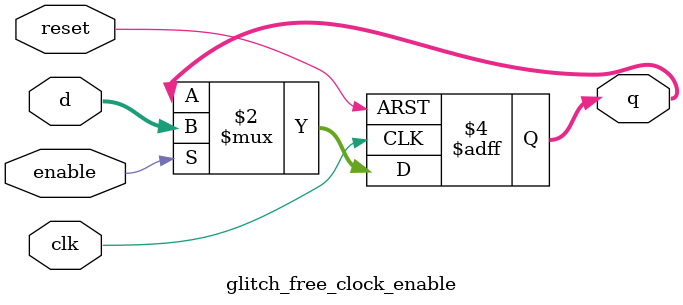
<source format=v>
module glitch_free_clock_enable(
    input wire clk,
    input wire reset,
    input wire enable,
    input wire [3:0] d,
    output reg [3:0] q
);
always @(posedge clk or posedge reset) begin
    if (reset)
        q <= 4'b0000;
    else if (enable)
        q <= d;
end

endmodule

</source>
